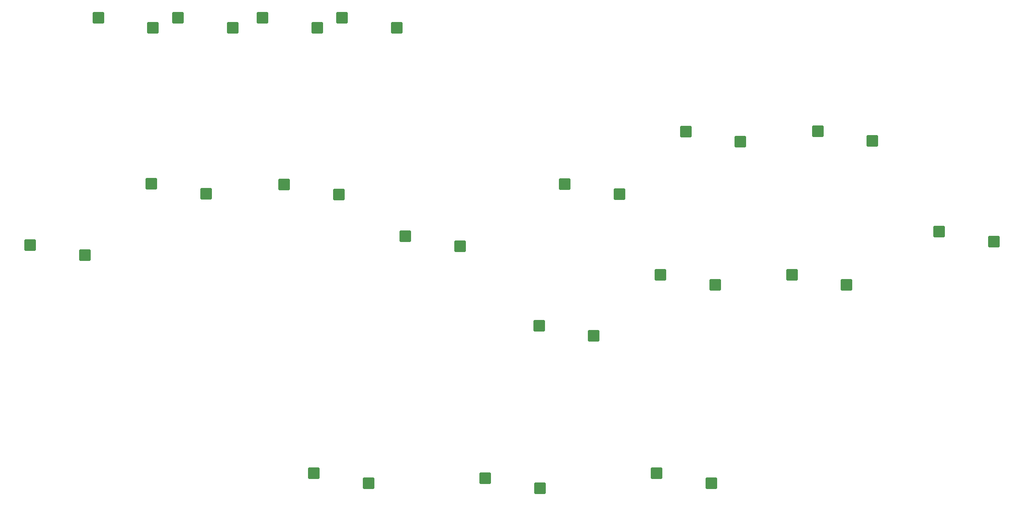
<source format=gbp>
%TF.GenerationSoftware,KiCad,Pcbnew,8.0.1*%
%TF.CreationDate,2024-04-24T00:03:39-04:00*%
%TF.ProjectId,leviathan,6c657669-6174-4686-916e-2e6b69636164,rev?*%
%TF.SameCoordinates,Original*%
%TF.FileFunction,Paste,Bot*%
%TF.FilePolarity,Positive*%
%FSLAX46Y46*%
G04 Gerber Fmt 4.6, Leading zero omitted, Abs format (unit mm)*
G04 Created by KiCad (PCBNEW 8.0.1) date 2024-04-24 00:03:39*
%MOMM*%
%LPD*%
G01*
G04 APERTURE LIST*
G04 Aperture macros list*
%AMRoundRect*
0 Rectangle with rounded corners*
0 $1 Rounding radius*
0 $2 $3 $4 $5 $6 $7 $8 $9 X,Y pos of 4 corners*
0 Add a 4 corners polygon primitive as box body*
4,1,4,$2,$3,$4,$5,$6,$7,$8,$9,$2,$3,0*
0 Add four circle primitives for the rounded corners*
1,1,$1+$1,$2,$3*
1,1,$1+$1,$4,$5*
1,1,$1+$1,$6,$7*
1,1,$1+$1,$8,$9*
0 Add four rect primitives between the rounded corners*
20,1,$1+$1,$2,$3,$4,$5,0*
20,1,$1+$1,$4,$5,$6,$7,0*
20,1,$1+$1,$6,$7,$8,$9,0*
20,1,$1+$1,$8,$9,$2,$3,0*%
G04 Aperture macros list end*
%ADD10RoundRect,0.250000X-1.025000X-1.000000X1.025000X-1.000000X1.025000X1.000000X-1.025000X1.000000X0*%
G04 APERTURE END LIST*
D10*
X116900000Y-62050000D03*
X128900000Y-64250000D03*
X143500000Y-73400000D03*
X155500000Y-75600000D03*
X161000000Y-126500000D03*
X173000000Y-128700000D03*
X178440000Y-61990000D03*
X190440000Y-64190000D03*
X205000000Y-50460000D03*
X217000000Y-52660000D03*
X233970000Y-50340000D03*
X245970000Y-52540000D03*
X172830000Y-93030000D03*
X184830000Y-95230000D03*
X199440000Y-81920000D03*
X211440000Y-84120000D03*
X228290000Y-81920000D03*
X240290000Y-84120000D03*
X87805000Y-61930000D03*
X99805000Y-64130000D03*
X93637500Y-25500000D03*
X105637500Y-27700000D03*
X112136500Y-25500000D03*
X124136500Y-27700000D03*
X76137500Y-25500000D03*
X88137500Y-27700000D03*
X129637500Y-25500000D03*
X141637500Y-27700000D03*
X61205000Y-75400000D03*
X73205000Y-77600000D03*
X260586255Y-72410082D03*
X272586255Y-74610082D03*
X123420000Y-125380000D03*
X135420000Y-127580000D03*
X198580000Y-125380000D03*
X210580000Y-127580000D03*
M02*

</source>
